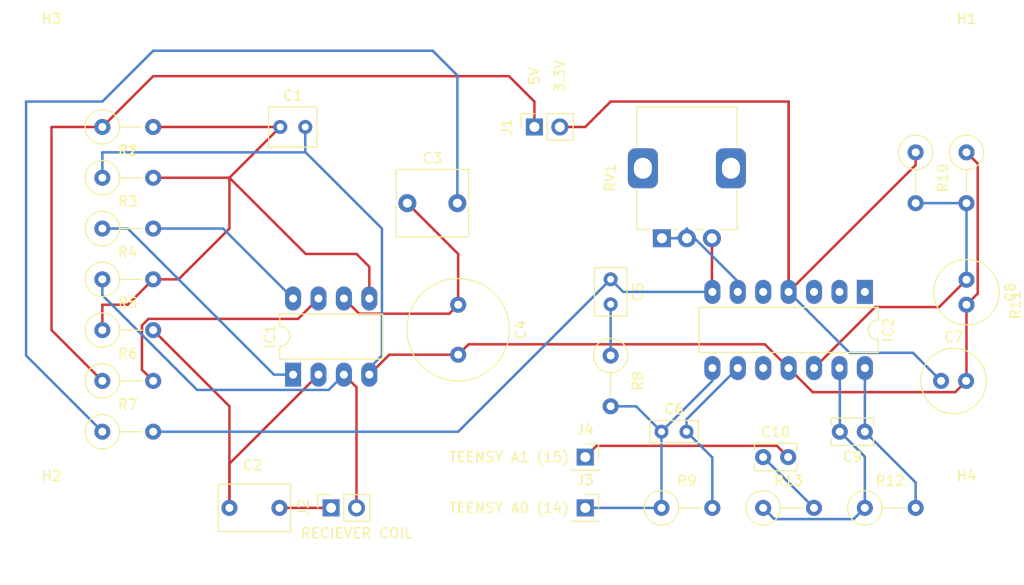
<source format=kicad_pcb>
(kicad_pcb (version 20211014) (generator pcbnew)
  (layers (0 "F.Cu" signal) (31 "B.Cu" signal) (34 "B.Paste" user) (35 "F.Paste" user) (36 "B.SilkS" user "B.Silkscreen") (37 "F.SilkS" user "F.Silkscreen") (38 "B.Mask" user) (39 "F.Mask" user) (44 "Edge.Cuts" user))
  (net 0 "")
  (net 1 "Net-(C1-Pad1)")
  (net 2 "GND")
  (net 3 "Net-(C2-Pad1)")
  (net 4 "Net-(C2-Pad2)")
  (net 5 "Net-(C3-Pad1)")
  (net 6 "Net-(C3-Pad2)")
  (net 7 "Net-(C5-Pad1)")
  (net 8 "Net-(C5-Pad2)")
  (net 9 "Net-(C6-Pad1)")
  (net 10 "Net-(C6-Pad2)")
  (net 11 "Net-(J1-Pad2)")
  (net 12 "Net-(C8-Pad1)")
  (net 13 "Net-(C9-Pad1)")
  (net 14 "Net-(C9-Pad2)")
  (net 15 "Net-(C10-Pad1)")
  (net 16 "Net-(C10-Pad2)")
  (net 17 "Net-(IC1-Pad1)")
  (net 18 "Net-(IC1-Pad3)")
  (net 19 "Net-(IC1-Pad7)")
  (net 20 "Net-(IC1-Pad8)")
  (net 24 "Net-(IC2-Pad6)")
  (net 25 "Net-(J1-Pad1)")
  (footprint "Resistor_THT:R_Axial_DIN0309_L9.0mm_D3.2mm_P5.08mm_Vertical" (layer "F.Cu") (at 86.36 116.84)
    (fp_text reference "R7" (at 2.54 -2.72) (layer "F.SilkS"))
    (fp_text value "10k")
    (fp_line (start 1.72 0) (end 3.98 0) (layer "F.SilkS") (width 0.12))
    (fp_circle (center 0 0) (end 1.72 0) (layer "F.SilkS") (width 0.12) (fill none))
    (pad "1" thru_hole circle (at 0 0) (size 1.6 1.6) (drill 0.8) (layers *.Cu *.Mask) (net 6 "Net-(C3-Pad2)"))
    (pad "2" thru_hole oval (at 5.08 0) (size 1.6 1.6) (drill 0.8) (layers *.Cu *.Mask) (net 7 "Net-(C5-Pad1)"))
  )
  (footprint "Capacitor_THT:C_Radial_D6.3mm_H5.0mm_P2.50mm" (layer "F.Cu") (at 170.18 111.76)
    (fp_text reference "C7" (at 1.25 -4.4) (layer "F.SilkS"))
    (fp_text value "100u")
    (fp_circle (center 1.25 0) (end 4.52 0) (layer "F.SilkS") (width 0.12) (fill none))
    (pad "1" thru_hole circle (at 0 0) (size 1.6 1.6) (drill 0.8) (layers *.Cu *.Mask) (net 11 "Net-(J1-Pad2)"))
    (pad "2" thru_hole circle (at 2.5 0) (size 1.6 1.6) (drill 0.8) (layers *.Cu *.Mask) (net 2 "GND"))
  )
  (footprint "Potentiometer_THT:Potentiometer_Alps_RK09K_Single_Vertical" (layer "F.Cu") (at 142.28 97.49 90)
    (fp_text reference "RV1" (at 6.05 -5.15 90) (layer "F.SilkS"))
    (fp_text value "10k")
    (fp_line (start 0.88 -2.521) (end 4.817 -2.521) (layer "F.SilkS") (width 0.12))
    (fp_line (start 13.12 -2.521) (end 13.12 7.52) (layer "F.SilkS") (width 0.12))
    (fp_line (start 0.88 7.52) (end 4.817 7.52) (layer "F.SilkS") (width 0.12))
    (fp_line (start 0.88 5.87) (end 0.88 7.52) (layer "F.SilkS") (width 0.12))
    (fp_line (start 0.88 -2.521) (end 0.88 -1.2) (layer "F.SilkS") (width 0.12))
    (fp_line (start 9.184 -2.521) (end 13.12 -2.521) (layer "F.SilkS") (width 0.12))
    (fp_line (start 0.88 1.25) (end 0.88 1.63) (layer "F.SilkS") (width 0.12))
    (fp_line (start 9.184 7.52) (end 13.12 7.52) (layer "F.SilkS") (width 0.12))
    (fp_line (start 0.88 3.371) (end 0.88 4.13) (layer "F.SilkS") (width 0.12))
    (pad "1" thru_hole rect (at 0 0 90) (size 1.8 1.8) (drill 1) (layers *.Cu *.Mask) (net 24 "Net-(IC2-Pad6)"))
    (pad "2" thru_hole circle (at 0 2.5 90) (size 1.8 1.8) (drill 1) (layers *.Cu *.Mask) (net 24 "Net-(IC2-Pad6)"))
    (pad "3" thru_hole circle (at 0 5 90) (size 1.8 1.8) (drill 1) (layers *.Cu *.Mask) (net 7 "Net-(C5-Pad1)"))
    (pad "MP" thru_hole roundrect (at 7 -1.9 90) (size 4 3) (drill oval 2.1 1.8) (layers *.Cu *.Mask))
    (pad "MP" thru_hole roundrect (at 7 6.9 90) (size 4 3) (drill oval 2.1 1.8) (layers *.Cu *.Mask))
  )
  (footprint "Resistor_THT:R_Axial_DIN0309_L9.0mm_D3.2mm_P5.08mm_Vertical" (layer "F.Cu") (at 86.36 86.36)
    (fp_text reference "R1" (at 2.54 2.36) (layer "F.SilkS"))
    (fp_text value "10k")
    (fp_line (start 1.72 0) (end 3.98 0) (layer "F.SilkS") (width 0.12))
    (fp_circle (center 0 0) (end 1.72 0) (layer "F.SilkS") (width 0.12) (fill none))
    (pad "1" thru_hole circle (at 0 0) (size 1.6 1.6) (drill 0.8) (layers *.Cu *.Mask) (net 25 "Net-(J1-Pad1)"))
    (pad "2" thru_hole oval (at 5.08 0) (size 1.6 1.6) (drill 0.8) (layers *.Cu *.Mask) (net 1 "Net-(C1-Pad1)"))
  )
  (footprint "Capacitor_THT:C_Rect_L4.6mm_W3.8mm_P2.50mm_MKS02_FKP02" (layer "F.Cu") (at 104.14 86.36)
    (fp_text reference "C1" (at 1.25 -3.15) (layer "F.SilkS"))
    (fp_text value "22u")
    (fp_line (start -1.17 -2.02) (end -1.17 2.02) (layer "F.SilkS") (width 0.12))
    (fp_line (start 3.67 -2.02) (end 3.67 2.02) (layer "F.SilkS") (width 0.12))
    (fp_line (start -1.17 -2.02) (end 3.67 -2.02) (layer "F.SilkS") (width 0.12))
    (fp_line (start -1.17 2.02) (end 3.67 2.02) (layer "F.SilkS") (width 0.12))
    (pad "1" thru_hole circle (at 0 0) (size 1.4 1.4) (drill 0.7) (layers *.Cu *.Mask) (net 1 "Net-(C1-Pad1)"))
    (pad "2" thru_hole circle (at 2.5 0) (size 1.4 1.4) (drill 0.7) (layers *.Cu *.Mask) (net 2 "GND"))
  )
  (footprint "Capacitor_THT:C_Rect_L4.6mm_W3.0mm_P2.50mm_MKS02_FKP02" (layer "F.Cu") (at 137.16 101.6 -90)
    (fp_text reference "C5" (at 1.25 -2.75 90) (layer "F.SilkS"))
    (fp_text value "1n")
    (fp_line (start -1.17 -1.62) (end -1.17 1.62) (layer "F.SilkS") (width 0.12))
    (fp_line (start 3.67 -1.62) (end 3.67 1.62) (layer "F.SilkS") (width 0.12))
    (fp_line (start -1.17 -1.62) (end 3.67 -1.62) (layer "F.SilkS") (width 0.12))
    (fp_line (start -1.17 1.62) (end 3.67 1.62) (layer "F.SilkS") (width 0.12))
    (pad "1" thru_hole circle (at 0 0 270) (size 1.4 1.4) (drill 0.7) (layers *.Cu *.Mask) (net 7 "Net-(C5-Pad1)"))
    (pad "2" thru_hole circle (at 2.5 0 270) (size 1.4 1.4) (drill 0.7) (layers *.Cu *.Mask) (net 8 "Net-(C5-Pad2)"))
  )
  (footprint "Connector_PinSocket_2.54mm:PinSocket_1x01_P2.54mm_Vertical" (layer "F.Cu") (at 134.62 119.38)
    (fp_text reference "J4" (at 0 -2.77) (layer "F.SilkS"))
    (fp_text value "Conn_01x01_Female")
    (fp_line (start 1.33 1.21) (end 1.33 1.33) (layer "F.SilkS") (width 0.12))
    (fp_line (start 1.33 -1.33) (end 1.33 0) (layer "F.SilkS") (width 0.12))
    (fp_line (start 0 -1.33) (end 1.33 -1.33) (layer "F.SilkS") (width 0.12))
    (fp_line (start -1.33 1.33) (end 1.33 1.33) (layer "F.SilkS") (width 0.12))
    (fp_line (start -1.33 1.21) (end -1.33 1.33) (layer "F.SilkS") (width 0.12))
    (pad "1" thru_hole rect (at 0 0) (size 1.7 1.7) (drill 1) (layers *.Cu *.Mask) (net 16 "Net-(C10-Pad2)"))
  )
  (footprint "Resistor_THT:R_Axial_DIN0309_L9.0mm_D3.2mm_P5.08mm_Vertical" (layer "F.Cu") (at 142.24 124.46)
    (fp_text reference "R9" (at 2.54 -2.72) (layer "F.SilkS"))
    (fp_text value "100k")
    (fp_line (start 1.72 0) (end 3.98 0) (layer "F.SilkS") (width 0.12))
    (fp_circle (center 0 0) (end 1.72 0) (layer "F.SilkS") (width 0.12) (fill none))
    (pad "1" thru_hole circle (at 0 0) (size 1.6 1.6) (drill 0.8) (layers *.Cu *.Mask) (net 9 "Net-(C6-Pad1)"))
    (pad "2" thru_hole oval (at 5.08 0) (size 1.6 1.6) (drill 0.8) (layers *.Cu *.Mask) (net 10 "Net-(C6-Pad2)"))
  )
  (footprint "Capacitor_THT:C_Radial_D6.3mm_H5.0mm_P2.50mm" (layer "F.Cu") (at 172.72 101.64 -90)
    (fp_text reference "C8" (at 1.25 -4.4 90) (layer "F.SilkS"))
    (fp_text value "33u")
    (fp_circle (center 1.25 0) (end 4.52 0) (layer "F.SilkS") (width 0.12) (fill none))
    (pad "1" thru_hole circle (at 0 0 270) (size 1.6 1.6) (drill 0.8) (layers *.Cu *.Mask) (net 12 "Net-(C8-Pad1)"))
    (pad "2" thru_hole circle (at 2.5 0 270) (size 1.6 1.6) (drill 0.8) (layers *.Cu *.Mask) (net 2 "GND"))
  )
  (footprint "Resistor_THT:R_Axial_DIN0309_L9.0mm_D3.2mm_P5.08mm_Vertical" (layer "F.Cu") (at 172.72 88.9 -90)
    (fp_text reference "R11" (at 15.24 -4.9 -90) (layer "F.SilkS"))
    (fp_text value "10k")
    (fp_line (start 1.72 0) (end 3.98 0) (layer "F.SilkS") (width 0.12))
    (fp_circle (center 0 0) (end 1.72 0) (layer "F.SilkS") (width 0.12) (fill none))
    (pad "1" thru_hole circle (at 0 0 270) (size 1.6 1.6) (drill 0.8) (layers *.Cu *.Mask) (net 2 "GND"))
    (pad "2" thru_hole oval (at 5.08 0 270) (size 1.6 1.6) (drill 0.8) (layers *.Cu *.Mask) (net 12 "Net-(C8-Pad1)"))
  )
  (footprint "Resistor_THT:R_Axial_DIN0309_L9.0mm_D3.2mm_P5.08mm_Vertical" (layer "F.Cu") (at 152.4 124.46)
    (fp_text reference "R13" (at 2.54 -2.72) (layer "F.SilkS"))
    (fp_text value "10k")
    (fp_line (start 1.72 0) (end 3.98 0) (layer "F.SilkS") (width 0.12))
    (fp_circle (center 0 0) (end 1.72 0) (layer "F.SilkS") (width 0.12) (fill none))
    (pad "1" thru_hole circle (at 0 0) (size 1.6 1.6) (drill 0.8) (layers *.Cu *.Mask) (net 14 "Net-(C9-Pad2)"))
    (pad "2" thru_hole oval (at 5.08 0) (size 1.6 1.6) (drill 0.8) (layers *.Cu *.Mask) (net 15 "Net-(C10-Pad1)"))
  )
  (footprint "Package_DIP:DIP-14_W7.62mm_LongPads" (layer "F.Cu") (at 162.565 102.855 -90)
    (fp_text reference "IC2" (at 3.81 -2.33 90) (layer "F.SilkS"))
    (fp_text value "MCP6294-E_P")
    (fp_line (start 2.81 -1.33) (end 1.56 -1.33) (layer "F.SilkS") (width 0.12))
    (fp_line (start 1.56 -1.33) (end 1.56 16.57) (layer "F.SilkS") (width 0.12))
    (fp_line (start 1.56 16.57) (end 6.06 16.57) (layer "F.SilkS") (width 0.12))
    (fp_line (start 6.06 -1.33) (end 4.81 -1.33) (layer "F.SilkS") (width 0.12))
    (fp_line (start 6.06 16.57) (end 6.06 -1.33) (layer "F.SilkS") (width 0.12))
    (fp_arc (start 4.81 -1.33) (mid 3.81 -0.33) (end 2.81 -1.33) (layer "F.SilkS") (width 0.12))
    (pad "1" thru_hole rect (at 0 0 270) (size 2.4 1.6) (drill 0.8) (layers *.Cu *.Mask))
    (pad "2" thru_hole oval (at 0 2.54 270) (size 2.4 1.6) (drill 0.8) (layers *.Cu *.Mask))
    (pad "3" thru_hole oval (at 0 5.08 270) (size 2.4 1.6) (drill 0.8) (layers *.Cu *.Mask))
    (pad "4" thru_hole oval (at 0 7.62 270) (size 2.4 1.6) (drill 0.8) (layers *.Cu *.Mask) (net 11 "Net-(J1-Pad2)"))
    (pad "5" thru_hole oval (at 0 10.16 270) (size 2.4 1.6) (drill 0.8) (layers *.Cu *.Mask) (net 12 "Net-(C8-Pad1)"))
    (pad "6" thru_hole oval (at 0 12.7 270) (size 2.4 1.6) (drill 0.8) (layers *.Cu *.Mask) (net 24 "Net-(IC2-Pad6)"))
    (pad "7" thru_hole oval (at 0 15.24 270) (size 2.4 1.6) (drill 0.8) (layers *.Cu *.Mask) (net 7 "Net-(C5-Pad1)"))
    (pad "8" thru_hole oval (at 7.62 15.24 270) (size 2.4 1.6) (drill 0.8) (layers *.Cu *.Mask) (net 9 "Net-(C6-Pad1)"))
    (pad "9" thru_hole oval (at 7.62 12.7 270) (size 2.4 1.6) (drill 0.8) (layers *.Cu *.Mask) (net 10 "Net-(C6-Pad2)"))
    (pad "10" thru_hole oval (at 7.62 10.16 270) (size 2.4 1.6) (drill 0.8) (layers *.Cu *.Mask) (net 12 "Net-(C8-Pad1)"))
    (pad "11" thru_hole oval (at 7.62 7.62 270) (size 2.4 1.6) (drill 0.8) (layers *.Cu *.Mask) (net 2 "GND"))
    (pad "12" thru_hole oval (at 7.62 5.08 270) (size 2.4 1.6) (drill 0.8) (layers *.Cu *.Mask) (net 12 "Net-(C8-Pad1)"))
    (pad "13" thru_hole oval (at 7.62 2.54 270) (size 2.4 1.6) (drill 0.8) (layers *.Cu *.Mask) (net 14 "Net-(C9-Pad2)"))
    (pad "14" thru_hole oval (at 7.62 0 270) (size 2.4 1.6) (drill 0.8) (layers *.Cu *.Mask) (net 13 "Net-(C9-Pad1)"))
  )
  (footprint "Resistor_THT:R_Axial_DIN0309_L9.0mm_D3.2mm_P5.08mm_Vertical" (layer "F.Cu") (at 162.56 124.46)
    (fp_text reference "R12" (at 2.54 -2.72) (layer "F.SilkS"))
    (fp_text value "100k")
    (fp_line (start 1.72 0) (end 3.98 0) (layer "F.SilkS") (width 0.12))
    (fp_circle (center 0 0) (end 1.72 0) (layer "F.SilkS") (width 0.12) (fill none))
    (pad "1" thru_hole circle (at 0 0) (size 1.6 1.6) (drill 0.8) (layers *.Cu *.Mask) (net 14 "Net-(C9-Pad2)"))
    (pad "2" thru_hole oval (at 5.08 0) (size 1.6 1.6) (drill 0.8) (layers *.Cu *.Mask) (net 13 "Net-(C9-Pad1)"))
  )
  (footprint "Resistor_THT:R_Axial_DIN0309_L9.0mm_D3.2mm_P5.08mm_Vertical" (layer "F.Cu") (at 167.64 88.9 -90)
    (fp_text reference "R10" (at 2.54 -2.72 90) (layer "F.SilkS"))
    (fp_text value "10k")
    (fp_line (start 1.72 0) (end 3.98 0) (layer "F.SilkS") (width 0.12))
    (fp_circle (center 0 0) (end 1.72 0) (layer "F.SilkS") (width 0.12) (fill none))
    (pad "1" thru_hole circle (at 0 0 270) (size 1.6 1.6) (drill 0.8) (layers *.Cu *.Mask) (net 11 "Net-(J1-Pad2)"))
    (pad "2" thru_hole oval (at 5.08 0 270) (size 1.6 1.6) (drill 0.8) (layers *.Cu *.Mask) (net 12 "Net-(C8-Pad1)"))
  )
  (footprint "Resistor_THT:R_Axial_DIN0309_L9.0mm_D3.2mm_P5.08mm_Vertical" (layer "F.Cu") (at 86.36 106.68)
    (fp_text reference "R5" (at 2.54 -2.72) (layer "F.SilkS"))
    (fp_text value "10k")
    (fp_line (start 1.72 0) (end 3.98 0) (layer "F.SilkS") (width 0.12))
    (fp_circle (center 0 0) (end 1.72 0) (layer "F.SilkS") (width 0.12) (fill none))
    (pad "1" thru_hole circle (at 0 0) (size 1.6 1.6) (drill 0.8) (layers *.Cu *.Mask) (net 1 "Net-(C1-Pad1)"))
    (pad "2" thru_hole oval (at 5.08 0) (size 1.6 1.6) (drill 0.8) (layers *.Cu *.Mask) (net 3 "Net-(C2-Pad1)"))
  )
  (footprint "Package_DIP:DIP-8_W7.62mm_LongPads" (layer "F.Cu") (at 105.42 111.135 90)
    (fp_text reference "IC1" (at 3.81 -2.33 90) (layer "F.SilkS"))
    (fp_text value "AD620AN")
    (fp_line (start 6.06 -1.33) (end 4.81 -1.33) (layer "F.SilkS") (width 0.12))
    (fp_line (start 1.56 8.95) (end 6.06 8.95) (layer "F.SilkS") (width 0.12))
    (fp_line (start 1.56 -1.33) (end 1.56 8.95) (layer "F.SilkS") (width 0.12))
    (fp_line (start 6.06 8.95) (end 6.06 -1.33) (layer "F.SilkS") (width 0.12))
    (fp_line (start 2.81 -1.33) (end 1.56 -1.33) (layer "F.SilkS") (width 0.12))
    (fp_arc (start 4.81 -1.33) (mid 3.81 -0.33) (end 2.81 -1.33) (layer "F.SilkS") (width 0.12))
    (pad "1" thru_hole rect (at 0 0 90) (size 2.4 1.6) (drill 0.8) (layers *.Cu *.Mask) (net 17 "Net-(IC1-Pad1)"))
    (pad "2" thru_hole oval (at 0 2.54 90) (size 2.4 1.6) (drill 0.8) (layers *.Cu *.Mask) (net 3 "Net-(C2-Pad1)"))
    (pad "3" thru_hole oval (at 0 5.08 90) (size 2.4 1.6) (drill 0.8) (layers *.Cu *.Mask) (net 18 "Net-(IC1-Pad3)"))
    (pad "4" thru_hole oval (at 0 7.62 90) (size 2.4 1.6) (drill 0.8) (layers *.Cu *.Mask) (net 2 "GND"))
    (pad "5" thru_hole oval (at 7.62 7.62 90) (size 2.4 1.6) (drill 0.8) (layers *.Cu *.Mask) (net 1 "Net-(C1-Pad1)"))
    (pad "6" thru_hole oval (at 7.62 5.08 90) (size 2.4 1.6) (drill 0.8) (layers *.Cu *.Mask) (net 5 "Net-(C3-Pad1)"))
    (pad "7" thru_hole oval (at 7.62 2.54 90) (size 2.4 1.6) (drill 0.8) (layers *.Cu *.Mask) (net 19 "Net-(IC1-Pad7)"))
    (pad "8" thru_hole oval (at 7.62 0 90) (size 2.4 1.6) (drill 0.8) (layers *.Cu *.Mask) (net 20 "Net-(IC1-Pad8)"))
  )
  (footprint "Connector_PinSocket_2.54mm:PinSocket_1x02_P2.54mm_Vertical" (layer "F.Cu") (at 129.54 86.36 90)
    (fp_text reference "J1" (at 0 -2.77 90) (layer "F.SilkS"))
    (fp_text value "Conn_01x02_Female")
    (fp_line (start -1.33 1.27) (end -1.33 3.87) (layer "F.SilkS") (width 0.12))
    (fp_line (start -1.33 1.27) (end 1.33 1.27) (layer "F.SilkS") (width 0.12))
    (fp_line (start 0 -1.33) (end 1.33 -1.33) (layer "F.SilkS") (width 0.12))
    (fp_line (start 1.33 -1.33) (end 1.33 0) (layer "F.SilkS") (width 0.12))
    (fp_line (start 1.33 1.27) (end 1.33 3.87) (layer "F.SilkS") (width 0.12))
    (fp_line (start -1.33 3.87) (end 1.33 3.87) (layer "F.SilkS") (width 0.12))
    (pad "1" thru_hole rect (at 0 0 90) (size 1.7 1.7) (drill 1) (layers *.Cu *.Mask) (net 25 "Net-(J1-Pad1)"))
    (pad "2" thru_hole oval (at 0 2.54 90) (size 1.7 1.7) (drill 1) (layers *.Cu *.Mask) (net 11 "Net-(J1-Pad2)"))
  )
  (footprint "Connector_PinSocket_2.54mm:PinSocket_1x02_P2.54mm_Vertical" (layer "F.Cu") (at 109.22 124.46 90)
    (fp_text reference "J2" (at 0 -2.77 90) (layer "F.SilkS"))
    (fp_text value "Conn_01x02_Female")
    (fp_line (start -1.33 3.87) (end 1.33 3.87) (layer "F.SilkS") (width 0.12))
    (fp_line (start 1.33 1.27) (end 1.33 3.87) (layer "F.SilkS") (width 0.12))
    (fp_line (start -1.33 1.27) (end 1.33 1.27) (layer "F.SilkS") (width 0.12))
    (fp_line (start -1.33 1.27) (end -1.33 3.87) (layer "F.SilkS") (width 0.12))
    (fp_line (start 1.33 -1.33) (end 1.33 0) (layer "F.SilkS") (width 0.12))
    (fp_line (start 0 -1.33) (end 1.33 -1.33) (layer "F.SilkS") (width 0.12))
    (pad "1" thru_hole rect (at 0 0 90) (size 1.7 1.7) (drill 1) (layers *.Cu *.Mask) (net 4 "Net-(C2-Pad2)"))
    (pad "2" thru_hole oval (at 0 2.54 90) (size 1.7 1.7) (drill 1) (layers *.Cu *.Mask) (net 18 "Net-(IC1-Pad3)"))
  )
  (footprint "Capacitor_THT:C_Rect_L4.0mm_W2.5mm_P2.50mm" (layer "F.Cu") (at 162.56 116.84 180)
    (fp_text reference "C9" (at 1.25 -2.5) (layer "F.SilkS"))
    (fp_text value "47u")
    (fp_line (start -0.87 0.665) (end -0.87 1.37) (layer "F.SilkS") (width 0.12))
    (fp_line (start 3.37 -1.37) (end 3.37 -0.665) (layer "F.SilkS") (width 0.12))
    (fp_line (start -0.87 1.37) (end 3.37 1.37) (layer "F.SilkS") (width 0.12))
    (fp_line (start 3.37 0.665) (end 3.37 1.37) (layer "F.SilkS") (width 0.12))
    (fp_line (start -0.87 -1.37) (end 3.37 -1.37) (layer "F.SilkS") (width 0.12))
    (fp_line (start -0.87 -1.37) (end -0.87 -0.665) (layer "F.SilkS") (width 0.12))
    (pad "1" thru_hole circle (at 0 0 180) (size 1.6 1.6) (drill 0.8) (layers *.Cu *.Mask) (net 13 "Net-(C9-Pad1)"))
    (pad "2" thru_hole circle (at 2.5 0 180) (size 1.6 1.6) (drill 0.8) (layers *.Cu *.Mask) (net 14 "Net-(C9-Pad2)"))
  )
  (footprint "Capacitor_THT:C_Radial_D10.0mm_H12.5mm_P5.00mm" (layer "F.Cu") (at 121.92 104.14 -90)
    (fp_text reference "C4" (at 2.5 -6.25 90) (layer "F.SilkS"))
    (fp_text value "100u")
    (fp_circle (center 2.5 0) (end 7.62 0) (layer "F.SilkS") (width 0.12) (fill none))
    (pad "1" thru_hole circle (at 0 0 270) (size 1.6 1.6) (drill 0.8) (layers *.Cu *.Mask) (net 5 "Net-(C3-Pad1)"))
    (pad "2" thru_hole circle (at 5 0 270) (size 1.6 1.6) (drill 0.8) (layers *.Cu *.Mask) (net 2 "GND"))
  )
  (footprint "Resistor_THT:R_Axial_DIN0309_L9.0mm_D3.2mm_P5.08mm_Vertical" (layer "F.Cu") (at 86.36 91.44)
    (fp_text reference "R2" (at 2.54 -2.72) (layer "F.SilkS"))
    (fp_text value "10k")
    (fp_line (start 1.72 0) (end 3.98 0) (layer "F.SilkS") (width 0.12))
    (fp_circle (center 0 0) (end 1.72 0) (layer "F.SilkS") (width 0.12) (fill none))
    (pad "1" thru_hole circle (at 0 0) (size 1.6 1.6) (drill 0.8) (layers *.Cu *.Mask) (net 2 "GND"))
    (pad "2" thru_hole oval (at 5.08 0) (size 1.6 1.6) (drill 0.8) (layers *.Cu *.Mask) (net 1 "Net-(C1-Pad1)"))
  )
  (footprint "Resistor_THT:R_Axial_DIN0309_L9.0mm_D3.2mm_P5.08mm_Vertical" (layer "F.Cu") (at 137.16 109.22 -90)
    (fp_text reference "R8" (at 2.54 -2.72 90) (layer "F.SilkS"))
    (fp_text value "10k")
    (fp_line (start 1.72 0) (end 3.98 0) (layer "F.SilkS") (width 0.12))
    (fp_circle (center 0 0) (end 1.72 0) (layer "F.SilkS") (width 0.12) (fill none))
    (pad "1" thru_hole circle (at 0 0 270) (size 1.6 1.6) (drill 0.8) (layers *.Cu *.Mask) (net 8 "Net-(C5-Pad2)"))
    (pad "2" thru_hole oval (at 5.08 0 270) (size 1.6 1.6) (drill 0.8) (layers *.Cu *.Mask) (net 9 "Net-(C6-Pad1)"))
  )
  (footprint "Resistor_THT:R_Axial_DIN0309_L9.0mm_D3.2mm_P5.08mm_Vertical" (layer "F.Cu") (at 86.36 96.52)
    (fp_text reference "R3" (at 2.54 -2.72) (layer "F.SilkS"))
    (fp_text value "1k")
    (fp_line (start 1.72 0) (end 3.98 0) (layer "F.SilkS") (width 0.12))
    (fp_circle (center 0 0) (end 1.72 0) (layer "F.SilkS") (width 0.12) (fill none))
    (pad "1" thru_hole circle (at 0 0) (size 1.6 1.6) (drill 0.8) (layers *.Cu *.Mask) (net 17 "Net-(IC1-Pad1)"))
    (pad "2" thru_hole oval (at 5.08 0) (size 1.6 1.6) (drill 0.8) (layers *.Cu *.Mask) (net 20 "Net-(IC1-Pad8)"))
  )
  (footprint "Capacitor_THT:C_Rect_L4.0mm_W2.5mm_P2.50mm" (layer "F.Cu") (at 152.4 119.38)
    (fp_text reference "C10" (at 1.25 -2.5) (layer "F.SilkS"))
    (fp_text value "1n")
    (fp_line (start 3.37 -1.37) (end 3.37 -0.665) (layer "F.SilkS") (width 0.12))
    (fp_line (start -0.87 1.37) (end 3.37 1.37) (layer "F.SilkS") (width 0.12))
    (fp_line (start -0.87 -1.37) (end 3.37 -1.37) (layer "F.SilkS") (width 0.12))
    (fp_line (start -0.87 0.665) (end -0.87 1.37) (layer "F.SilkS") (width 0.12))
    (fp_line (start -0.87 -1.37) (end -0.87 -0.665) (layer "F.SilkS") (width 0.12))
    (fp_line (start 3.37 0.665) (end 3.37 1.37) (layer "F.SilkS") (width 0.12))
    (pad "1" thru_hole circle (at 0 0) (size 1.6 1.6) (drill 0.8) (layers *.Cu *.Mask) (net 15 "Net-(C10-Pad1)"))
    (pad "2" thru_hole circle (at 2.5 0) (size 1.6 1.6) (drill 0.8) (layers *.Cu *.Mask) (net 16 "Net-(C10-Pad2)"))
  )
  (footprint "Connector_PinSocket_2.54mm:PinSocket_1x01_P2.54mm_Vertical" (layer "F.Cu") (at 134.62 124.46)
    (fp_text reference "J3" (at 0 -2.77) (layer "F.SilkS"))
    (fp_text value "Conn_01x01_Female")
    (fp_line (start 1.33 -1.33) (end 1.33 0) (layer "F.SilkS") (width 0.12))
    (fp_line (start 0 -1.33) (end 1.33 -1.33) (layer "F.SilkS") (width 0.12))
    (fp_line (start -1.33 1.33) (end 1.33 1.33) (layer "F.SilkS") (width 0.12))
    (fp_line (start 1.33 1.21) (end 1.33 1.33) (layer "F.SilkS") (width 0.12))
    (fp_line (start -1.33 1.21) (end -1.33 1.33) (layer "F.SilkS") (width 0.12))
    (pad "1" thru_hole rect (at 0 0) (size 1.7 1.7) (drill 1) (layers *.Cu *.Mask) (net 9 "Net-(C6-Pad1)"))
  )
  (footprint "Capacitor_THT:C_Rect_L7.0mm_W4.5mm_P5.00mm" (layer "F.Cu") (at 99.06 124.46)
    (fp_text reference "C2" (at 2.32 -4.27) (layer "F.SilkS"))
    (fp_text value "470n")
    (fp_line (start -1.12 -2.37) (end 6.12 -2.37) (layer "F.SilkS") (width 0.12))
    (fp_line (start -1.12 -2.37) (end -1.12 2.37) (layer "F.SilkS") (width 0.12))
    (fp_line (start 6.12 -2.37) (end 6.12 2.37) (layer "F.SilkS") (width 0.12))
    (fp_line (start -1.12 2.37) (end 6.12 2.37) (layer "F.SilkS") (width 0.12))
    (pad "1" thru_hole circle (at 0 0) (size 1.6 1.6) (drill 0.8) (layers *.Cu *.Mask) (net 3 "Net-(C2-Pad1)"))
    (pad "2" thru_hole circle (at 5 0) (size 1.6 1.6) (drill 0.8) (layers *.Cu *.Mask) (net 4 "Net-(C2-Pad2)"))
  )
  (footprint "MountingHole:MountingHole_2.2mm_M2" (layer "F.Cu") (at 81.28 124.46)
    (fp_text reference "H2" (at 0 -3.2) (layer "F.SilkS"))
    (fp_text value "MountingHole")
    (pad "" np_thru_hole circle (at 0 0) (size 2.2 2.2) (drill 2.2) (layers *.Cu *.Mask))
  )
  (footprint "Resistor_THT:R_Axial_DIN0309_L9.0mm_D3.2mm_P5.08mm_Vertical" (layer "F.Cu") (at 86.36 101.6)
    (fp_text reference "R4" (at 2.54 -2.72) (layer "F.SilkS"))
    (fp_text value "10k")
    (fp_line (start 1.72 0) (end 3.98 0) (layer "F.SilkS") (width 0.12))
    (fp_circle (center 0 0) (end 1.72 0) (layer "F.SilkS") (width 0.12) (fill none))
    (pad "1" thru_hole circle (at 0 0) (size 1.6 1.6) (drill 0.8) (layers *.Cu *.Mask) (net 18 "Net-(IC1-Pad3)"))
    (pad "2" thru_hole oval (at 5.08 0) (size 1.6 1.6) (drill 0.8) (layers *.Cu *.Mask) (net 1 "Net-(C1-Pad1)"))
  )
  (footprint "MountingHole:MountingHole_2.2mm_M2" (layer "F.Cu") (at 81.28 78.74)
    (fp_text reference "H3" (at 0 -3.2) (layer "F.SilkS"))
    (fp_text value "MountingHole")
    (pad "" np_thru_hole circle (at 0 0) (size 2.2 2.2) (drill 2.2) (layers *.Cu *.Mask))
  )
  (footprint "Resistor_THT:R_Axial_DIN0309_L9.0mm_D3.2mm_P5.08mm_Vertical" (layer "F.Cu") (at 86.36 111.76)
    (fp_text reference "R6" (at 2.54 -2.72) (layer "F.SilkS"))
    (fp_text value "100")
    (fp_line (start 1.72 0) (end 3.98 0) (layer "F.SilkS") (width 0.12))
    (fp_circle (center 0 0) (end 1.72 0) (layer "F.SilkS") (width 0.12) (fill none))
    (pad "1" thru_hole circle (at 0 0) (size 1.6 1.6) (drill 0.8) (layers *.Cu *.Mask) (net 25 "Net-(J1-Pad1)"))
    (pad "2" thru_hole oval (at 5.08 0) (size 1.6 1.6) (drill 0.8) (layers *.Cu *.Mask) (net 19 "Net-(IC1-Pad7)"))
  )
  (footprint "MountingHole:MountingHole_2.2mm_M2" (layer "F.Cu") (at 172.72 78.74)
    (fp_text reference "H1" (at 0 -3.2) (layer "F.SilkS"))
    (fp_text value "MountingHole")
    (pad "" np_thru_hole circle (at 0 0) (size 2.2 2.2) (drill 2.2) (layers *.Cu *.Mask))
  )
  (footprint "Capacitor_THT:C_Rect_L7.0mm_W6.5mm_P5.00mm" (layer "F.Cu") (at 116.84 93.98)
    (fp_text reference "C3" (at 2.5 -4.5) (layer "F.SilkS"))
    (fp_text value "1n")
    (fp_line (start -1.12 -3.37) (end -1.12 -0.301) (layer "F.SilkS") (width 0.12))
    (fp_line (start 6.12 -3.37) (end 6.12 -0.301) (layer "F.SilkS") (width 0.12))
    (fp_line (start -1.12 0.301) (end -1.12 3.37) (layer "F.SilkS") (width 0.12))
    (fp_line (start -1.12 -3.37) (end 6.12 -3.37) (layer "F.SilkS") (width 0.12))
    (fp_line (start -1.12 3.37) (end 6.12 3.37) (layer "F.SilkS") (width 0.12))
    (fp_line (start 6.12 0.301) (end 6.12 3.37) (layer "F.SilkS") (width 0.12))
    (pad "1" thru_hole circle (at 0 0) (size 1.8 1.8) (drill 0.9) (layers *.Cu *.Mask) (net 5 "Net-(C3-Pad1)"))
    (pad "2" thru_hole circle (at 5 0) (size 1.8 1.8) (drill 0.9) (layers *.Cu *.Mask) (net 6 "Net-(C3-Pad2)"))
  )
  (footprint "MountingHole:MountingHole_2.2mm_M2" (layer "F.Cu") (at 172.72 124.46)
    (fp_text reference "H4" (at 0 -3.2) (layer "F.SilkS"))
    (fp_text value "MountingHole")
    (pad "" np_thru_hole circle (at 0 0) (size 2.2 2.2) (drill 2.2) (layers *.Cu *.Mask))
  )
  (footprint "Capacitor_THT:C_Rect_L4.6mm_W2.0mm_P2.50mm_MKS02_FKP02" (layer "F.Cu") (at 142.24 116.84)
    (fp_text reference "C6" (at 1.25 -2.25) (layer "F.SilkS"))
    (fp_text value "22nF")
    (fp_line (start 3.67 -1.12) (end 3.67 1.12) (layer "F.SilkS") (width 0.12))
    (fp_line (start -1.17 -1.12) (end -1.17 1.12) (layer "F.SilkS") (width 0.12))
    (fp_line (start -1.17 -1.12) (end 3.67 -1.12) (layer "F.SilkS") (width 0.12))
    (fp_line (start -1.17 1.12) (end 3.67 1.12) (layer "F.SilkS") (width 0.12))
    (pad "1" thru_hole circle (at 0 0) (size 1.4 1.4) (drill 0.7) (layers *.Cu *.Mask) (net 9 "Net-(C6-Pad1)"))
    (pad "2" thru_hole circle (at 2.5 0) (size 1.4 1.4) (drill 0.7) (layers *.Cu *.Mask) (net 10 "Net-(C6-Pad2)"))
  )
  (gr_text "5V\n" (at 129.54 81.28 90) (layer "F.SilkS") (effects (font (size 1 1))))
  (gr_text "3.3V\n" (at 132.08 81.28 90) (layer "F.SilkS") (effects (font (size 1 1))))
  (gr_text "RECIEVER COIL" (at 111.76 127) (layer "F.SilkS") (effects (font (size 1 1))))
  (gr_text "TEENSY A0 (14)" (at 127 124.46) (layer "F.SilkS") (effects (font (size 1 1))))
  (gr_text "TEENSY A1 (15)" (at 127 119.38) (layer "F.SilkS") (effects (font (size 1 1))))
  (segment (start 91.44 101.6) (end 88.9 104.14) (width 0.25) (layer "F.Cu") (net 1))
  (segment (start 99.06 91.44) (end 104.14 86.36) (width 0.25) (layer "F.Cu") (net 1))
  (segment (start 93.98 101.6) (end 91.44 101.6) (width 0.25) (layer "F.Cu") (net 1))
  (segment (start 113.04 100.34) (end 113.04 103.515) (width 0.25) (layer "F.Cu") (net 1))
  (segment (start 99.06 91.44) (end 106.68 99.06) (width 0.25) (layer "F.Cu") (net 1))
  (segment (start 106.68 99.06) (end 111.76 99.06) (width 0.25) (layer "F.Cu") (net 1))
  (segment (start 99.06 91.44) (end 99.06 96.52) (width 0.25) (layer "F.Cu") (net 1))
  (segment (start 91.44 86.36) (end 104.14 86.36) (width 0.25) (layer "F.Cu") (net 1))
  (segment (start 111.76 99.06) (end 113.04 100.34) (width 0.25) (layer "F.Cu") (net 1))
  (segment (start 99.06 96.52) (end 93.98 101.6) (width 0.25) (layer "F.Cu") (net 1))
  (segment (start 91.44 91.44) (end 99.06 91.44) (width 0.25) (layer "F.Cu") (net 1))
  (segment (start 88.9 104.14) (end 86.36 104.14) (width 0.25) (layer "F.Cu") (net 1))
  (segment (start 86.36 104.14) (end 86.36 106.68) (width 0.25) (layer "F.Cu") (net 1))
  (segment (start 172.72 111.76) (end 172.72 104.14) (width 0.25) (layer "F.Cu") (net 2))
  (segment (start 173.844511 90.024511) (end 172.72 88.9) (width 0.25) (layer "F.Cu") (net 2))
  (segment (start 172.72 104.14) (end 173.844511 103.015489) (width 0.25) (layer "F.Cu") (net 2))
  (segment (start 171.595489 112.884511) (end 172.72 111.76) (width 0.25) (layer "F.Cu") (net 2))
  (segment (start 121.92 109.14) (end 122.964511 108.095489) (width 0.25) (layer "F.Cu") (net 2))
  (segment (start 115.035 109.14) (end 113.04 111.135) (width 0.25) (layer "F.Cu") (net 2))
  (segment (start 154.945 110.475) (end 157.354511 112.884511) (width 0.25) (layer "F.Cu") (net 2))
  (segment (start 173.844511 103.015489) (end 173.844511 90.024511) (width 0.25) (layer "F.Cu") (net 2))
  (segment (start 152.565489 108.095489) (end 154.945 110.475) (width 0.25) (layer "F.Cu") (net 2))
  (segment (start 121.92 109.14) (end 115.035 109.14) (width 0.25) (layer "F.Cu") (net 2))
  (segment (start 157.354511 112.884511) (end 171.595489 112.884511) (width 0.25) (layer "F.Cu") (net 2))
  (segment (start 122.964511 108.095489) (end 152.565489 108.095489) (width 0.25) (layer "F.Cu") (net 2))
  (segment (start 106.68 88.9) (end 106.64 88.86) (width 0.25) (layer "B.Cu") (net 2))
  (segment (start 121.92 109.14) (end 121.92 109.22) (width 0.25) (layer "B.Cu") (net 2))
  (segment (start 86.36 91.44) (end 86.36 88.9) (width 0.25) (layer "B.Cu") (net 2))
  (segment (start 106.64 88.86) (end 106.64 86.36) (width 0.25) (layer "B.Cu") (net 2))
  (segment (start 114.3 109.22) (end 113.04 110.48) (width 0.25) (layer "B.Cu") (net 2))
  (segment (start 106.68 88.9) (end 114.3 96.52) (width 0.25) (layer "B.Cu") (net 2))
  (segment (start 114.3 96.52) (end 114.3 109.22) (width 0.25) (layer "B.Cu") (net 2))
  (segment (start 86.36 88.9) (end 106.68 88.9) (width 0.25) (layer "B.Cu") (net 2))
  (segment (start 113.04 110.48) (end 113.04 111.135) (width 0.25) (layer "B.Cu") (net 2))
  (segment (start 99.06 124.46) (end 99.06 114.3) (width 0.25) (layer "F.Cu") (net 3))
  (segment (start 99.06 120.035) (end 107.96 111.135) (width 0.25) (layer "F.Cu") (net 3))
  (segment (start 99.06 114.3) (end 91.44 106.68) (width 0.25) (layer "F.Cu") (net 3))
  (segment (start 99.06 124.46) (end 99.06 120.035) (width 0.25) (layer "F.Cu") (net 3))
  (segment (start 104.06 124.46) (end 109.22 124.46) (width 0.25) (layer "F.Cu") (net 4))
  (segment (start 112.02452 105.03952) (end 110.5 103.515) (width 0.25) (layer "F.Cu") (net 5))
  (segment (start 121.92 99.06) (end 116.84 93.98) (width 0.25) (layer "F.Cu") (net 5))
  (segment (start 121.92 104.14) (end 121.02048 105.03952) (width 0.25) (layer "F.Cu") (net 5))
  (segment (start 121.92 104.14) (end 121.92 99.06) (width 0.25) (layer "F.Cu") (net 5))
  (segment (start 121.02048 105.03952) (end 112.02452 105.03952) (width 0.25) (layer "F.Cu") (net 5))
  (segment (start 121.84 81.2) (end 121.84 93.98) (width 0.25) (layer "B.Cu") (net 6))
  (segment (start 78.74 109.22) (end 78.74 83.82) (width 0.25) (layer "B.Cu") (net 6))
  (segment (start 86.36 116.84) (end 78.74 109.22) (width 0.25) (layer "B.Cu") (net 6))
  (segment (start 91.44 78.74) (end 119.38 78.74) (width 0.25) (layer "B.Cu") (net 6))
  (segment (start 86.36 83.82) (end 91.44 78.74) (width 0.25) (layer "B.Cu") (net 6))
  (segment (start 78.74 83.82) (end 86.36 83.82) (width 0.25) (layer "B.Cu") (net 6))
  (segment (start 119.38 78.74) (end 121.84 81.2) (width 0.25) (layer "B.Cu") (net 6))
  (segment (start 147.28 97.49) (end 147.28 102.81) (width 0.25) (layer "F.Cu") (net 7))
  (segment (start 147.28 102.81) (end 147.325 102.855) (width 0.25) (layer "F.Cu") (net 7))
  (segment (start 147.325 102.855) (end 138.415 102.855) (width 0.25) (layer "B.Cu") (net 7))
  (segment (start 138.415 102.855) (end 137.16 101.6) (width 0.25) (layer "B.Cu") (net 7))
  (segment (start 121.92 116.84) (end 137.16 101.6) (width 0.25) (layer "B.Cu") (net 7))
  (segment (start 91.44 116.84) (end 121.92 116.84) (width 0.25) (layer "B.Cu") (net 7))
  (segment (start 137.16 109.22) (end 137.16 104.1) (width 0.25) (layer "B.Cu") (net 8))
  (segment (start 142.24 116.84) (end 147.325 111.755) (width 0.25) (layer "B.Cu") (net 9))
  (segment (start 139.7 114.3) (end 142.24 116.84) (width 0.25) (layer "B.Cu") (net 9))
  (segment (start 142.24 124.46) (end 142.24 116.84) (width 0.25) (layer "B.Cu") (net 9))
  (segment (start 137.16 114.3) (end 139.7 114.3) (width 0.25) (layer "B.Cu") (net 9))
  (segment (start 147.325 111.755) (end 147.325 110.475) (width 0.25) (layer "B.Cu") (net 9))
  (segment (start 134.62 124.46) (end 142.24 124.46) (width 0.25) (layer "B.Cu") (net 9))
  (segment (start 144.74 115.6) (end 149.865 110.475) (width 0.25) (layer "B.Cu") (net 10))
  (segment (start 144.74 116.84) (end 144.74 115.6) (width 0.25) (layer "B.Cu") (net 10))
  (segment (start 147.32 119.42) (end 144.74 116.84) (width 0.25) (layer "B.Cu") (net 10))
  (segment (start 147.32 124.46) (end 147.32 119.42) (width 0.25) (layer "B.Cu") (net 10))
  (segment (start 154.94 83.82) (end 154.94 101.6) (width 0.25) (layer "F.Cu") (net 11))
  (segment (start 132.08 86.36) (end 134.62 86.36) (width 0.25) (layer "F.Cu") (net 11))
  (segment (start 154.945 102.855) (end 154.945 83.825) (width 0.25) (layer "F.Cu") (net 11))
  (segment (start 167.64 90.16) (end 154.945 102.855) (width 0.25) (layer "F.Cu") (net 11))
  (segment (start 137.16 83.82) (end 154.94 83.82) (width 0.25) (layer "F.Cu") (net 11))
  (segment (start 134.62 86.36) (end 137.16 83.82) (width 0.25) (layer "F.Cu") (net 11))
  (segment (start 167.64 88.9) (end 167.64 90.16) (width 0.25) (layer "F.Cu") (net 11))
  (segment (start 154.945 83.825) (end 154.94 83.82) (width 0.25) (layer "F.Cu") (net 11))
  (segment (start 161.04048 108.95048) (end 154.945 102.855) (width 0.25) (layer "B.Cu") (net 11))
  (segment (start 170.18 111.76) (end 167.37048 108.95048) (width 0.25) (layer "B.Cu") (net 11))
  (segment (start 167.37048 108.95048) (end 161.04048 108.95048) (width 0.25) (layer "B.Cu") (net 11))
  (segment (start 172.72 101.64) (end 169.980489 104.379511) (width 0.25) (layer "F.Cu") (net 12))
  (segment (start 163.580489 104.379511) (end 157.485 110.475) (width 0.25) (layer "F.Cu") (net 12))
  (segment (start 169.980489 104.379511) (end 163.580489 104.379511) (width 0.25) (layer "F.Cu") (net 12))
  (segment (start 172.72 93.98) (end 172.72 101.64) (width 0.25) (layer "B.Cu") (net 12))
  (segment (start 172.72 93.98) (end 167.64 93.98) (width 0.25) (layer "B.Cu") (net 12))
  (segment (start 167.64 121.92) (end 167.64 124.46) (width 0.25) (layer "B.Cu") (net 13))
  (segment (start 162.56 116.84) (end 167.64 121.92) (width 0.25) (layer "B.Cu") (net 13))
  (segment (start 162.565 116.835) (end 162.56 116.84) (width 0.25) (layer "B.Cu") (net 13))
  (segment (start 162.565 110.475) (end 162.565 116.835) (width 0.25) (layer "B.Cu") (net 13))
  (segment (start 160.06 116.84) (end 160.06 110.51) (width 0.25) (layer "B.Cu") (net 14))
  (segment (start 162.56 119.34) (end 160.06 116.84) (width 0.25) (layer "B.Cu") (net 14))
  (segment (start 160.06 110.51) (end 160.025 110.475) (width 0.25) (layer "B.Cu") (net 14))
  (segment (start 153.524511 125.584511) (end 161.435489 125.584511) (width 0.25) (layer "B.Cu") (net 14))
  (segment (start 152.4 124.46) (end 153.524511 125.584511) (width 0.25) (layer "B.Cu") (net 14))
  (segment (start 161.435489 125.584511) (end 162.56 124.46) (width 0.25) (layer "B.Cu") (net 14))
  (segment (start 162.56 124.46) (end 162.56 119.34) (width 0.25) (layer "B.Cu") (net 14))
  (segment (start 152.4 119.38) (end 157.48 124.46) (width 0.25) (layer "B.Cu") (net 15))
  (segment (start 135.744511 118.255489) (end 134.62 119.38) (width 0.25) (layer "F.Cu") (net 16))
  (segment (start 154.9 119.38) (end 153.775489 118.255489) (width 0.25) (layer "F.Cu") (net 16))
  (segment (start 153.775489 118.255489) (end 135.744511 118.255489) (width 0.25) (layer "F.Cu") (net 16))
  (segment (start 154.94 119.34) (end 154.9 119.38) (width 0.25) (layer "B.Cu") (net 16))
  (segment (start 86.36 96.52) (end 88.9 96.52) (width 0.25) (layer "B.Cu") (net 17))
  (segment (start 88.9 96.52) (end 103.515 111.135) (width 0.25) (layer "B.Cu") (net 17))
  (segment (start 103.515 111.135) (end 105.42 111.135) (width 0.25) (layer "B.Cu") (net 17))
  (segment (start 111.76 124.46) (end 111.76 112.395) (width 0.25) (layer "F.Cu") (net 18))
  (segment (start 111.76 112.395) (end 110.5 111.135) (width 0.25) (layer "F.Cu") (net 18))
  (segment (start 108.97548 112.65952) (end 110.5 111.135) (width 0.25) (layer "B.Cu") (net 18))
  (segment (start 95.82922 112.65952) (end 108.97548 112.65952) (width 0.25) (layer "B.Cu") (net 18))
  (segment (start 86.36 101.6) (end 86.36 103.1903) (width 0.25) (layer "B.Cu") (net 18))
  (segment (start 86.36 103.1903) (end 95.82922 112.65952) (width 0.25) (layer "B.Cu") (net 18))
  (segment (start 90.315489 110.635489) (end 91.44 111.76) (width 0.25) (layer "F.Cu") (net 19))
  (segment (start 90.315489 106.214211) (end 90.315489 110.635489) (width 0.25) (layer "F.Cu") (net 19))
  (segment (start 107.96 103.515) (end 105.919511 105.555489) (width 0.25) (layer "F.Cu") (net 19))
  (segment (start 90.974211 105.555489) (end 90.315489 106.214211) (width 0.25) (layer "F.Cu") (net 19))
  (segment (start 105.919511 105.555489) (end 90.974211 105.555489) (width 0.25) (layer "F.Cu") (net 19))
  (segment (start 91.44 96.52) (end 98.425 96.52) (width 0.25) (layer "B.Cu") (net 20))
  (segment (start 98.425 96.52) (end 105.42 103.515) (width 0.25) (layer "B.Cu") (net 20))
  (segment (start 144.78 96.52) (end 144.78 96.721721) (width 0.25) (layer "B.Cu") (net 24))
  (segment (start 144.78 96.721721) (end 149.865 101.806721) (width 0.25) (layer "B.Cu") (net 24))
  (segment (start 149.865 101.806721) (end 149.865 102.855) (width 0.25) (layer "B.Cu") (net 24))
  (segment (start 143.81 97.49) (end 144.78 96.52) (width 0.25) (layer "B.Cu") (net 24))
  (segment (start 144.78 96.52) (end 144.78 97.49) (width 0.25) (layer "B.Cu") (net 24))
  (segment (start 142.28 97.49) (end 143.81 97.49) (width 0.25) (layer "B.Cu") (net 24))
  (segment (start 81.28 86.36) (end 86.36 86.36) (width 0.25) (layer "F.Cu") (net 25))
  (segment (start 127 81.28) (end 129.54 83.82) (width 0.25) (layer "F.Cu") (net 25))
  (segment (start 86.36 111.76) (end 81.28 106.68) (width 0.25) (layer "F.Cu") (net 25))
  (segment (start 91.44 81.28) (end 127 81.28) (width 0.25) (layer "F.Cu") (net 25))
  (segment (start 86.36 86.36) (end 91.44 81.28) (width 0.25) (layer "F.Cu") (net 25))
  (segment (start 81.28 106.68) (end 81.28 86.36) (width 0.25) (layer "F.Cu") (net 25))
  (segment (start 129.54 83.82) (end 129.54 86.36) (width 0.25) (layer "F.Cu") (net 25))
)
</source>
